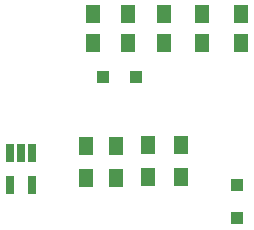
<source format=gbr>
G04 #@! TF.GenerationSoftware,KiCad,Pcbnew,5.0.0-fee4fd1~66~ubuntu18.04.1*
G04 #@! TF.CreationDate,2018-10-07T21:04:36+08:00*
G04 #@! TF.ProjectId,ws2812-stm32-interface,7773323831322D73746D33322D696E74,rev?*
G04 #@! TF.SameCoordinates,Original*
G04 #@! TF.FileFunction,Paste,Top*
G04 #@! TF.FilePolarity,Positive*
%FSLAX46Y46*%
G04 Gerber Fmt 4.6, Leading zero omitted, Abs format (unit mm)*
G04 Created by KiCad (PCBNEW 5.0.0-fee4fd1~66~ubuntu18.04.1) date Sun Oct  7 21:04:36 2018*
%MOMM*%
%LPD*%
G01*
G04 APERTURE LIST*
%ADD10R,1.250000X1.500000*%
%ADD11R,1.100000X1.100000*%
%ADD12R,1.300000X1.500000*%
%ADD13R,0.650000X1.560000*%
G04 APERTURE END LIST*
D10*
G04 #@! TO.C,C5*
X30337702Y-14112568D03*
X30337702Y-16612568D03*
G04 #@! TD*
G04 #@! TO.C,C4*
X33337702Y-16612568D03*
X33337702Y-14112568D03*
G04 #@! TD*
G04 #@! TO.C,C3*
X36337702Y-14112568D03*
X36337702Y-16612568D03*
G04 #@! TD*
G04 #@! TO.C,C2*
X39587702Y-16612568D03*
X39587702Y-14112568D03*
G04 #@! TD*
G04 #@! TO.C,C1*
X42837702Y-14112568D03*
X42837702Y-16612568D03*
G04 #@! TD*
D11*
G04 #@! TO.C,D2*
X42500000Y-28600000D03*
X42500000Y-31400000D03*
G04 #@! TD*
G04 #@! TO.C,D1*
X31200000Y-19500000D03*
X34000000Y-19500000D03*
G04 #@! TD*
D12*
G04 #@! TO.C,D4*
X35000000Y-25250000D03*
X35000000Y-27950000D03*
G04 #@! TD*
G04 #@! TO.C,D3*
X32250000Y-28000000D03*
X32250000Y-25300000D03*
G04 #@! TD*
G04 #@! TO.C,R2*
X37750000Y-25250000D03*
X37750000Y-27950000D03*
G04 #@! TD*
G04 #@! TO.C,R1*
X29750000Y-28000000D03*
X29750000Y-25300000D03*
G04 #@! TD*
D13*
G04 #@! TO.C,U1*
X25200000Y-28600000D03*
X23300000Y-28600000D03*
X23300000Y-25900000D03*
X24250000Y-25900000D03*
X25200000Y-25900000D03*
G04 #@! TD*
M02*

</source>
